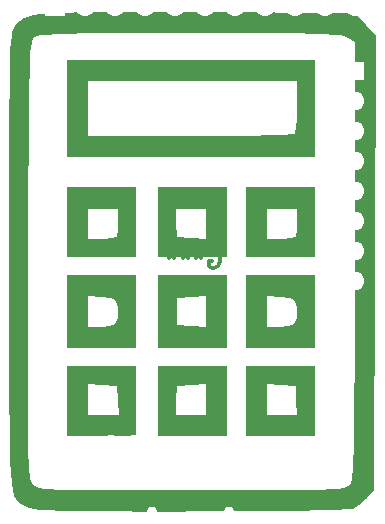
<source format=gbo>
G04 #@! TF.GenerationSoftware,KiCad,Pcbnew,8.0.7-8.0.7-0~ubuntu22.04.1*
G04 #@! TF.CreationDate,2025-01-30T21:49:18+01:00*
G04 #@! TF.ProjectId,linefollower_pcb,6c696e65-666f-46c6-9c6f-7765725f7063,rev?*
G04 #@! TF.SameCoordinates,Original*
G04 #@! TF.FileFunction,Legend,Bot*
G04 #@! TF.FilePolarity,Positive*
%FSLAX46Y46*%
G04 Gerber Fmt 4.6, Leading zero omitted, Abs format (unit mm)*
G04 Created by KiCad (PCBNEW 8.0.7-8.0.7-0~ubuntu22.04.1) date 2025-01-30 21:49:18*
%MOMM*%
%LPD*%
G01*
G04 APERTURE LIST*
%ADD10C,0.300000*%
%ADD11C,0.000000*%
%ADD12R,1.700000X1.700000*%
%ADD13O,1.700000X1.700000*%
%ADD14O,0.900000X1.600000*%
%ADD15C,0.800000*%
%ADD16C,5.400000*%
%ADD17R,1.600000X1.600000*%
%ADD18O,1.600000X1.600000*%
%ADD19C,2.000000*%
G04 APERTURE END LIST*
D10*
X87771427Y-100099757D02*
X87914285Y-100028328D01*
X87914285Y-100028328D02*
X88128570Y-100028328D01*
X88128570Y-100028328D02*
X88342856Y-100099757D01*
X88342856Y-100099757D02*
X88485713Y-100242614D01*
X88485713Y-100242614D02*
X88557142Y-100385471D01*
X88557142Y-100385471D02*
X88628570Y-100671185D01*
X88628570Y-100671185D02*
X88628570Y-100885471D01*
X88628570Y-100885471D02*
X88557142Y-101171185D01*
X88557142Y-101171185D02*
X88485713Y-101314042D01*
X88485713Y-101314042D02*
X88342856Y-101456900D01*
X88342856Y-101456900D02*
X88128570Y-101528328D01*
X88128570Y-101528328D02*
X87985713Y-101528328D01*
X87985713Y-101528328D02*
X87771427Y-101456900D01*
X87771427Y-101456900D02*
X87699999Y-101385471D01*
X87699999Y-101385471D02*
X87699999Y-100885471D01*
X87699999Y-100885471D02*
X87985713Y-100885471D01*
X86842856Y-100028328D02*
X86842856Y-100385471D01*
X87199999Y-100242614D02*
X86842856Y-100385471D01*
X86842856Y-100385471D02*
X86485713Y-100242614D01*
X87057142Y-100671185D02*
X86842856Y-100385471D01*
X86842856Y-100385471D02*
X86628570Y-100671185D01*
X85699999Y-100028328D02*
X85699999Y-100385471D01*
X86057142Y-100242614D02*
X85699999Y-100385471D01*
X85699999Y-100385471D02*
X85342856Y-100242614D01*
X85914285Y-100671185D02*
X85699999Y-100385471D01*
X85699999Y-100385471D02*
X85485713Y-100671185D01*
X84557142Y-100028328D02*
X84557142Y-100385471D01*
X84914285Y-100242614D02*
X84557142Y-100385471D01*
X84557142Y-100385471D02*
X84199999Y-100242614D01*
X84771428Y-100671185D02*
X84557142Y-100385471D01*
X84557142Y-100385471D02*
X84342856Y-100671185D01*
D11*
G36*
X81575252Y-115730808D02*
G01*
X78624747Y-115730808D01*
X75674242Y-115730808D01*
X75674242Y-112780303D01*
X75674242Y-111341077D01*
X77470202Y-111341077D01*
X77470202Y-112637963D01*
X77470202Y-113934849D01*
X78767088Y-113934849D01*
X80063973Y-113934849D01*
X79985774Y-112716162D01*
X79907575Y-111497475D01*
X78688889Y-111419276D01*
X77470202Y-111341077D01*
X75674242Y-111341077D01*
X75674242Y-109829798D01*
X78624747Y-109829798D01*
X81575252Y-109829798D01*
X81575252Y-112780303D01*
X81575252Y-113934849D01*
X81575252Y-115730808D01*
G37*
G36*
X89272222Y-97642930D02*
G01*
X89272222Y-100593435D01*
X86321717Y-100593435D01*
X83371212Y-100593435D01*
X83371212Y-97642930D01*
X83371212Y-96488384D01*
X84882491Y-96488384D01*
X84960690Y-97707071D01*
X85038889Y-98925758D01*
X86257575Y-99003957D01*
X87476262Y-99082156D01*
X87476262Y-97785270D01*
X87476262Y-96488384D01*
X86179377Y-96488384D01*
X84882491Y-96488384D01*
X83371212Y-96488384D01*
X83371212Y-94692425D01*
X86321717Y-94692425D01*
X89272222Y-94692425D01*
X89272222Y-96488384D01*
X89272222Y-97642930D01*
G37*
G36*
X89272222Y-105211616D02*
G01*
X89272222Y-108290404D01*
X86321717Y-108290404D01*
X83371212Y-108290404D01*
X83371212Y-105211616D01*
X83371212Y-104057071D01*
X85038889Y-104057071D01*
X85038889Y-105211616D01*
X85038889Y-106366162D01*
X86257575Y-106444361D01*
X87476262Y-106522560D01*
X87476262Y-105211616D01*
X87476262Y-103900673D01*
X86257575Y-103978872D01*
X85038889Y-104057071D01*
X83371212Y-104057071D01*
X83371212Y-102132829D01*
X86321717Y-102132829D01*
X89272222Y-102132829D01*
X89272222Y-103900673D01*
X89272222Y-105211616D01*
G37*
G36*
X89272222Y-112780303D02*
G01*
X89272222Y-115730808D01*
X86321717Y-115730808D01*
X83371212Y-115730808D01*
X83371212Y-113934849D01*
X84882491Y-113934849D01*
X86179377Y-113934849D01*
X87476262Y-113934849D01*
X87476262Y-112637963D01*
X87476262Y-111341077D01*
X86257575Y-111419276D01*
X85038889Y-111497475D01*
X84960690Y-112716162D01*
X84882491Y-113934849D01*
X83371212Y-113934849D01*
X83371212Y-112780303D01*
X83371212Y-109829798D01*
X86321717Y-109829798D01*
X89272222Y-109829798D01*
X89272222Y-111341077D01*
X89272222Y-112780303D01*
G37*
G36*
X96712626Y-115730808D02*
G01*
X93762121Y-115730808D01*
X90811616Y-115730808D01*
X90811616Y-112780303D01*
X90811616Y-111341077D01*
X92607575Y-111341077D01*
X92607575Y-112637963D01*
X92607575Y-113934849D01*
X93904461Y-113934849D01*
X95201347Y-113934849D01*
X95123148Y-112716162D01*
X95044949Y-111497475D01*
X93826262Y-111419276D01*
X92607575Y-111341077D01*
X90811616Y-111341077D01*
X90811616Y-109829798D01*
X93762121Y-109829798D01*
X96712626Y-109829798D01*
X96712626Y-112780303D01*
X96712626Y-113934849D01*
X96712626Y-115730808D01*
G37*
G36*
X81575252Y-97642930D02*
G01*
X81575252Y-100593435D01*
X78624747Y-100593435D01*
X75674242Y-100593435D01*
X75674242Y-97642930D01*
X75674242Y-96488384D01*
X77470202Y-96488384D01*
X77470202Y-97771212D01*
X77470202Y-99054041D01*
X78581986Y-99054041D01*
X78869011Y-99048454D01*
X79523116Y-98988162D01*
X79864815Y-98882997D01*
X79908113Y-98803382D01*
X79999468Y-98320130D01*
X80035858Y-97600169D01*
X80035858Y-96488384D01*
X78753030Y-96488384D01*
X77470202Y-96488384D01*
X75674242Y-96488384D01*
X75674242Y-94692425D01*
X78624747Y-94692425D01*
X81575252Y-94692425D01*
X81575252Y-96488384D01*
X81575252Y-97642930D01*
G37*
G36*
X81575252Y-108290404D02*
G01*
X78624747Y-108290404D01*
X75674242Y-108290404D01*
X75674242Y-105211616D01*
X75674242Y-103900673D01*
X77470202Y-103900673D01*
X77470202Y-105197559D01*
X77470202Y-106494445D01*
X78632799Y-106494445D01*
X79256810Y-106463756D01*
X79795082Y-106263299D01*
X80008886Y-105782679D01*
X79989794Y-104915334D01*
X79944913Y-104548456D01*
X79797003Y-104203835D01*
X79426728Y-104048814D01*
X78688889Y-103978872D01*
X77470202Y-103900673D01*
X75674242Y-103900673D01*
X75674242Y-102132829D01*
X78624747Y-102132829D01*
X81575252Y-102132829D01*
X81575252Y-105211616D01*
X81575252Y-105782679D01*
X81575252Y-108290404D01*
G37*
G36*
X96712626Y-97642930D02*
G01*
X96712626Y-100593435D01*
X93762121Y-100593435D01*
X90811616Y-100593435D01*
X90811616Y-97642930D01*
X90811616Y-96488384D01*
X92607575Y-96488384D01*
X92607575Y-97771212D01*
X92607575Y-99054041D01*
X93719360Y-99054041D01*
X94006385Y-99048454D01*
X94660489Y-98988162D01*
X95002188Y-98882997D01*
X95045486Y-98803382D01*
X95136842Y-98320130D01*
X95173232Y-97600169D01*
X95173232Y-96488384D01*
X93890404Y-96488384D01*
X92607575Y-96488384D01*
X90811616Y-96488384D01*
X90811616Y-94692425D01*
X93762121Y-94692425D01*
X96712626Y-94692425D01*
X96712626Y-96488384D01*
X96712626Y-97642930D01*
G37*
G36*
X96712626Y-108290404D02*
G01*
X93762121Y-108290404D01*
X90811616Y-108290404D01*
X90811616Y-105211616D01*
X90811616Y-103900673D01*
X92607575Y-103900673D01*
X92607575Y-105197559D01*
X92607575Y-106494445D01*
X93770173Y-106494445D01*
X94394183Y-106463756D01*
X94932456Y-106263299D01*
X95146259Y-105782679D01*
X95127168Y-104915334D01*
X95082286Y-104548456D01*
X94934377Y-104203835D01*
X94564102Y-104048814D01*
X93826262Y-103978872D01*
X92607575Y-103900673D01*
X90811616Y-103900673D01*
X90811616Y-102132829D01*
X93762121Y-102132829D01*
X96712626Y-102132829D01*
X96712626Y-105211616D01*
X96712626Y-105782679D01*
X96712626Y-108290404D01*
G37*
G36*
X96712626Y-88021717D02*
G01*
X96712626Y-92126768D01*
X86193434Y-92126768D01*
X75674242Y-92126768D01*
X75674242Y-88021717D01*
X75674242Y-85712627D01*
X77470202Y-85712627D01*
X77470202Y-88021717D01*
X77470202Y-90330808D01*
X86150673Y-90330808D01*
X87696907Y-90328081D01*
X89641643Y-90316407D01*
X91376322Y-90296620D01*
X92840330Y-90269891D01*
X93973053Y-90237391D01*
X94713877Y-90200292D01*
X95002188Y-90159765D01*
X95029186Y-90105974D01*
X95102694Y-89648463D01*
X95153968Y-88852702D01*
X95173232Y-87850674D01*
X95173232Y-85712627D01*
X86321717Y-85712627D01*
X77470202Y-85712627D01*
X75674242Y-85712627D01*
X75674242Y-83916667D01*
X86193434Y-83916667D01*
X96712626Y-83916667D01*
X96712626Y-85712627D01*
X96712626Y-88021717D01*
G37*
G36*
X101784574Y-101087427D02*
G01*
X101715656Y-120307825D01*
X101074242Y-120997880D01*
X101026901Y-121047939D01*
X100443035Y-121568901D01*
X99919697Y-121900179D01*
X99869729Y-121912206D01*
X99382011Y-121953221D01*
X98446073Y-121991936D01*
X97112399Y-122027508D01*
X95431469Y-122059092D01*
X93453765Y-122085846D01*
X91229770Y-122106925D01*
X88809966Y-122121487D01*
X86244834Y-122128687D01*
X85204251Y-122129792D01*
X82360735Y-122130189D01*
X79974787Y-122125259D01*
X78004593Y-122113899D01*
X76408334Y-122095004D01*
X75144196Y-122067469D01*
X74170360Y-122030192D01*
X73445012Y-121982067D01*
X72926334Y-121921991D01*
X72572509Y-121848859D01*
X72341722Y-121761567D01*
X72287948Y-121734159D01*
X72011450Y-121600272D01*
X71771393Y-121472683D01*
X71565210Y-121316762D01*
X71390335Y-121097883D01*
X71244200Y-120781415D01*
X71124240Y-120332732D01*
X71027886Y-119717204D01*
X70952573Y-118900204D01*
X70895733Y-117847103D01*
X70854799Y-116523273D01*
X70827205Y-114894085D01*
X70810385Y-112924912D01*
X70803933Y-111169546D01*
X72367661Y-111169546D01*
X72368868Y-113174754D01*
X72376006Y-114828738D01*
X72389924Y-116167385D01*
X72411469Y-117226581D01*
X72441489Y-118042216D01*
X72480832Y-118650175D01*
X72530346Y-119086346D01*
X72590878Y-119386617D01*
X72663276Y-119586875D01*
X72748388Y-119723007D01*
X72847062Y-119830901D01*
X72976014Y-119946813D01*
X73140860Y-120044540D01*
X73384303Y-120125008D01*
X73749796Y-120189890D01*
X74280792Y-120240864D01*
X75020746Y-120279605D01*
X76013109Y-120307788D01*
X77301336Y-120327089D01*
X78928881Y-120339184D01*
X80939196Y-120345749D01*
X83375735Y-120348459D01*
X86281952Y-120348990D01*
X87982489Y-120348757D01*
X90625126Y-120346576D01*
X92821861Y-120340842D01*
X94615703Y-120330043D01*
X96049661Y-120312666D01*
X97166744Y-120287199D01*
X98009961Y-120252129D01*
X98622320Y-120205944D01*
X99046832Y-120147131D01*
X99326504Y-120074177D01*
X99504346Y-119985570D01*
X99623367Y-119879798D01*
X99650484Y-119846834D01*
X99728262Y-119702388D01*
X99795275Y-119468754D01*
X99852311Y-119110606D01*
X99900163Y-118592613D01*
X99939620Y-117879448D01*
X99971475Y-116935782D01*
X99996516Y-115726286D01*
X100015536Y-114215632D01*
X100029324Y-112368491D01*
X100038672Y-110149535D01*
X100044370Y-107523435D01*
X100047209Y-104454862D01*
X100047980Y-100908488D01*
X100047980Y-82406370D01*
X99477761Y-82006973D01*
X99400034Y-81960407D01*
X99170701Y-81876049D01*
X98812536Y-81806018D01*
X98282841Y-81749030D01*
X97538915Y-81703804D01*
X96538061Y-81669055D01*
X95237578Y-81643501D01*
X93594768Y-81625860D01*
X91566932Y-81614847D01*
X89111370Y-81609180D01*
X86185384Y-81607576D01*
X83539108Y-81609179D01*
X80997902Y-81615512D01*
X78893157Y-81627717D01*
X77184210Y-81646915D01*
X75830399Y-81674227D01*
X74791061Y-81710771D01*
X74025535Y-81757668D01*
X73493158Y-81816038D01*
X73153266Y-81887000D01*
X72965199Y-81971675D01*
X72937712Y-81992475D01*
X72846336Y-82083139D01*
X72767367Y-82224516D01*
X72699737Y-82452176D01*
X72642374Y-82801690D01*
X72594210Y-83308628D01*
X72554173Y-84008561D01*
X72521193Y-84937059D01*
X72494202Y-86129693D01*
X72472128Y-87622033D01*
X72453902Y-89449650D01*
X72438453Y-91648113D01*
X72424712Y-94252995D01*
X72411608Y-97299865D01*
X72398072Y-100824293D01*
X72391155Y-102687700D01*
X72379652Y-105961906D01*
X72371539Y-108777226D01*
X72367661Y-111169546D01*
X70803933Y-111169546D01*
X70801770Y-110581125D01*
X70798795Y-107828095D01*
X70798892Y-104631195D01*
X70799495Y-100955796D01*
X70799598Y-98685386D01*
X70800599Y-95378188D01*
X70803410Y-92527124D01*
X70808926Y-90096872D01*
X70818041Y-88052110D01*
X70831649Y-86357515D01*
X70850646Y-84977765D01*
X70875926Y-83877537D01*
X70908382Y-83021510D01*
X70948910Y-82374360D01*
X70998404Y-81900765D01*
X71057759Y-81565403D01*
X71127869Y-81332952D01*
X71209627Y-81168088D01*
X71303930Y-81035491D01*
X71493034Y-80802489D01*
X71718199Y-80572527D01*
X71991412Y-80380933D01*
X72354951Y-80224496D01*
X72851096Y-80100007D01*
X73522127Y-80004255D01*
X74410323Y-79934030D01*
X75557964Y-79886122D01*
X77007330Y-79857321D01*
X78800699Y-79844417D01*
X80980352Y-79844200D01*
X83588568Y-79853459D01*
X86667627Y-79868985D01*
X100087692Y-79939899D01*
X100970592Y-80903464D01*
X101853491Y-81867029D01*
X101785216Y-100908488D01*
X101784574Y-101087427D01*
G37*
%LPC*%
D12*
X90960000Y-116600000D03*
D13*
X93500000Y-116600000D03*
D14*
X82850000Y-122550000D03*
X89450000Y-122550000D03*
D12*
X82000000Y-116500000D03*
D13*
X79460000Y-116500000D03*
D12*
X74640000Y-79300000D03*
D13*
X77180000Y-79300000D03*
X79720000Y-79300000D03*
X82260000Y-79300000D03*
X84800000Y-79300000D03*
X87340000Y-79300000D03*
X89880000Y-79300000D03*
X92420000Y-79300000D03*
X94960000Y-79300000D03*
X97500000Y-79300000D03*
X100040000Y-79300000D03*
D15*
X60925000Y-78600000D03*
X61518109Y-77168109D03*
X61518109Y-80031891D03*
X62950000Y-76575000D03*
D16*
X62950000Y-78600000D03*
D15*
X62950000Y-80625000D03*
X64381891Y-77168109D03*
X64381891Y-80031891D03*
X64975000Y-78600000D03*
D17*
X100100000Y-84870000D03*
D18*
X100100000Y-87410000D03*
X100100000Y-89950000D03*
X100100000Y-92490000D03*
X100100000Y-95030000D03*
X100100000Y-97570000D03*
X100100000Y-100110000D03*
X100100000Y-102650000D03*
X107720000Y-102650000D03*
X107720000Y-100110000D03*
X107720000Y-97570000D03*
X107720000Y-95030000D03*
X107720000Y-92490000D03*
X107720000Y-89950000D03*
X107720000Y-87410000D03*
X107720000Y-84870000D03*
D12*
X74250000Y-106875000D03*
D13*
X74250000Y-104335000D03*
X74250000Y-101795000D03*
X74250000Y-99255000D03*
X74250000Y-96715000D03*
X74250000Y-94175000D03*
X74250000Y-91635000D03*
X74250000Y-89095000D03*
D12*
X107100000Y-107250000D03*
D13*
X107100000Y-109790000D03*
D15*
X104300000Y-79068109D03*
X104893109Y-77636218D03*
X104893109Y-80500000D03*
X106325000Y-77043109D03*
D16*
X106325000Y-79068109D03*
D15*
X106325000Y-81093109D03*
X107756891Y-77636218D03*
X107756891Y-80500000D03*
X108350000Y-79068109D03*
X104325000Y-122218109D03*
X104918109Y-120786218D03*
X104918109Y-123650000D03*
X106350000Y-120193109D03*
D16*
X106350000Y-122218109D03*
D15*
X106350000Y-124243109D03*
X107781891Y-120786218D03*
X107781891Y-123650000D03*
X108375000Y-122218109D03*
X60975000Y-122000000D03*
X61568109Y-120568109D03*
X61568109Y-123431891D03*
X63000000Y-119975000D03*
D16*
X63000000Y-122000000D03*
D15*
X63000000Y-124025000D03*
X64431891Y-120568109D03*
X64431891Y-123431891D03*
X65025000Y-122000000D03*
D19*
X62850000Y-112081128D03*
X69350000Y-112081128D03*
X62850000Y-116581128D03*
X69350000Y-116581128D03*
X62900000Y-100400000D03*
X69400000Y-100400000D03*
X62900000Y-104900000D03*
X69400000Y-104900000D03*
%LPD*%
M02*

</source>
